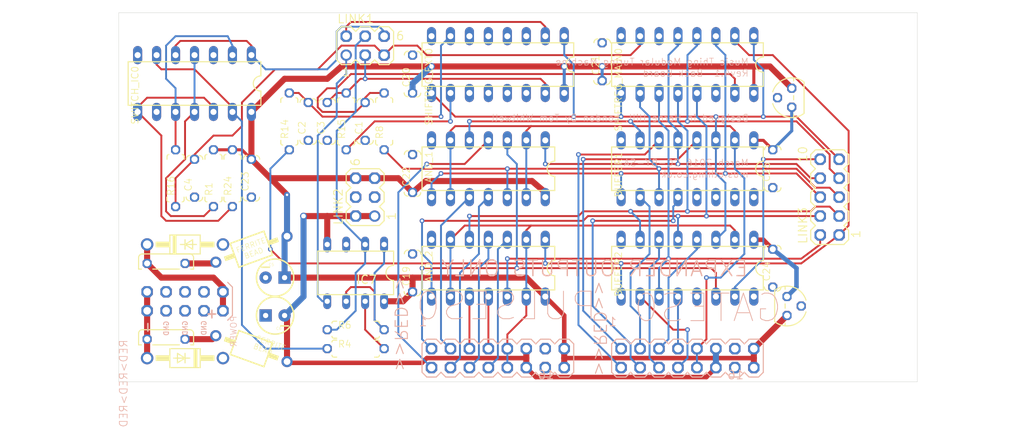
<source format=kicad_pcb>
(kicad_pcb (version 20211014) (generator pcbnew)
  (layers (0 "F.Cu" signal) (1 "In1.Cu" signal) (2 "In2.Cu" signal) (31 "B.Cu" signal) (34 "B.Paste" user) (35 "F.Paste" user) (36 "B.SilkS" user "B.Silkscreen") (37 "F.SilkS" user "F.Silkscreen") (38 "B.Mask" user) (39 "F.Mask" user) (44 "Edge.Cuts" user))
  (net 0 "")
  (net 1 "N$10")
  (net 2 "N$14")
  (net 3 "START_OF_LOOP")
  (net 4 "N$45")
  (net 5 "END_OF_LOOP_BACK")
  (net 6 "N$7")
  (net 7 "N$4")
  (net 8 "N$28")
  (net 9 "BUFFCLK_BACK")
  (net 10 "CLOCK_BACK")
  (net 11 "PULSE1")
  (net 12 "PULSE2")
  (net 13 "PULSE4")
  (net 14 "PULSE3")
  (net 15 "PULSE5")
  (net 16 "PULSE6")
  (net 17 "PULSE7")
  (net 18 "PULSE8")
  (net 19 "BUFFCLK2_BACK")
  (net 20 "GATE1")
  (net 21 "GATE2")
  (net 22 "GATE3")
  (net 23 "GATE4")
  (net 24 "GATE5")
  (net 25 "GATE6")
  (net 26 "GATE7")
  (net 27 "GATE8")
  (net 28 "+9V_1")
  (net 29 "+9V_2")
  (net 30 "+12V_INLET")
  (net 31 "-12V_INLET")
  (net 32 "N$42")
  (net 33 "N$44")
  (net 34 "+12V_BACK")
  (net 35 "-12V_BACK")
  (net 36 "GND_BACK")
  (net 37 "STEP_16_BACK")
  (net 38 "STEP_12_BACK")
  (net 39 "B1_BACK")
  (net 40 "B2_BACK")
  (net 41 "B3_BACK")
  (net 42 "B4_BACK")
  (net 43 "B5_BACK")
  (net 44 "B6_BACK")
  (net 45 "B7_BACK")
  (net 46 "B8_BACK")
  (net 47 "LOOP_CTRL_BACK")
  (net 48 "N$1")
  (net 49 "N$17")
  (net 50 "NOISE_BACK")
  (net 51 "PULSE_OUT_BACK")
  (net 52 "N$2")
  (footprint "TuringBack:C050H075X075" (layer "F.Cu") (at 101.3511 113.8786)
    (fp_text reference "+FUSE0" hide)
    (fp_text value "+FUSE")
  )
  (footprint "TuringBack:MA03-2" (layer "F.Cu") (at 128.0211 104.9886 90)
    (fp_text reference "LINK2")
    (fp_text value "")
  )
  (footprint "TuringBack:C050-024X044" (layer "F.Cu") (at 122.9411 94.8286 90)
    (fp_text reference "C3")
    (fp_text value "1n")
  )
  (footprint "TuringBack:0207_7" (layer "F.Cu") (at 126.7511 122.7686)
    (fp_text reference "R6")
    (fp_text value "47k")
  )
  (footprint "TuringBack:TO92" (layer "F.Cu") (at 184.5361 119.5936 -90)
    (fp_text reference "IC11" hide)
    (fp_text value "78L09")
  )
  (footprint "TuringBack:BL01RN1A" (layer "F.Cu") (at 112.7811 111.9736 20)
    (fp_text reference "L1" hide)
    (fp_text value "BL01RN1A" hide)
  )
  (footprint "TuringBack:DIL16" (layer "F.Cu") (at 171.2011 87.2086 180)
    (fp_text reference "SHIFTREG_MAIN0")
    (fp_text value "4015")
  )
  (footprint "TuringBack:C050H075X075" (layer "F.Cu") (at 101.3511 124.0386)
    (fp_text reference "-FUSE0" hide)
    (fp_text value "-FUSE")
  )
  (footprint "TuringBack:CPOL-RADIAL-10UF-25V" (layer "F.Cu") (at 115.9561 120.8636 180)
    (fp_text reference "C6")
    (fp_text value "10uf")
  )
  (footprint "TuringBack:0207_7" (layer "F.Cu") (at 126.7511 125.3086)
    (fp_text reference "R4")
    (fp_text value "100k")
  )
  (footprint "TuringBack:DIL16" (layer "F.Cu") (at 171.2011 101.1786 180)
    (fp_text reference "BUFFER1")
    (fp_text value "4050")
  )
  (footprint "TuringBack:DO41-10" (layer "F.Cu") (at 103.8911 111.3386)
    (fp_text reference "D5" hide)
    (fp_text value "1N4001")
  )
  (footprint "TuringBack:DIL14" (layer "F.Cu") (at 144.5311 101.1786 180)
    (fp_text reference "AND_1")
    (fp_text value "4081")
  )
  (footprint "TuringBack:DIL16" (layer "F.Cu") (at 145.8011 87.2086 180)
    (fp_text reference "SHIFTREG_EXT0")
    (fp_text value "4015")
  )
  (footprint "TuringBack:C050-024X044" (layer "F.Cu") (at 112.7811 102.4486 90)
    (fp_text reference "C23")
    (fp_text value "100n")
  )
  (footprint "TuringBack:TO92" (layer "F.Cu") (at 185.1711 91.6536 90)
    (fp_text reference "IC12" hide)
    (fp_text value "78L09")
  )
  (footprint "TuringBack:MA05-2" (layer "F.Cu") (at 190.2511 104.9886 90)
    (fp_text reference "LINK3")
    (fp_text value "")
  )
  (footprint "TuringBack:C050-024X044" (layer "F.Cu") (at 182.6311 101.1786 90)
    (fp_text reference "C25")
    (fp_text value "100n")
  )
  (footprint "TuringBack:C050-024X044" (layer "F.Cu") (at 105.1611 102.4486 90)
    (fp_text reference "C4")
    (fp_text value "1n")
  )
  (footprint "TuringBack:DIL14" (layer "F.Cu") (at 144.5311 114.5136 180)
    (fp_text reference "AND_2")
    (fp_text value "4081")
  )
  (footprint "TuringBack:0207_7" (layer "F.Cu") (at 110.2411 102.4486 90)
    (fp_text reference "R24")
    (fp_text value "10k")
  )
  (footprint "TuringBack:DO41-10" (layer "F.Cu") (at 103.8911 126.5786 180)
    (fp_text reference "D6" hide)
    (fp_text value "1N4001")
  )
  (footprint "TuringBack:C050-024X044" (layer "F.Cu") (at 182.6311 114.5136 90)
    (fp_text reference "C24")
    (fp_text value "100n")
  )
  (footprint "TuringBack:0207_7" (layer "F.Cu") (at 130.5611 94.8286 90)
    (fp_text reference "R8")
    (fp_text value "10k")
  )
  (footprint "TuringBack:C050-024X044" (layer "F.Cu") (at 120.4011 94.8286 90)
    (fp_text reference "C2")
    (fp_text value "1n")
  )
  (footprint "TuringBack:MOUNTING_HOLE" (layer "F.Cu") (at 190.2511 125.9436)
    (fp_text reference "U$5" hide)
    (fp_text value "" hide)
  )
  (footprint "TuringBack:DIL14" (layer "F.Cu") (at 105.1611 89.7486 180)
    (fp_text reference "SWITCH_IC0")
    (fp_text value "4016")
  )
  (footprint "TuringBack:C050-024X044" (layer "F.Cu") (at 128.0211 94.8286 90)
    (fp_text reference "C1")
    (fp_text value "1n")
  )
  (footprint "TuringBack:0207_7" (layer "F.Cu") (at 107.7011 102.4486 90)
    (fp_text reference "R1")
    (fp_text value "10k")
  )
  (footprint "TuringBack:C050-024X044" (layer "F.Cu") (at 134.3711 88.4786 90)
    (fp_text reference "C20")
    (fp_text value "100n")
  )
  (footprint "TuringBack:C050-024X044" (layer "F.Cu") (at 134.3711 101.8136 90)
    (fp_text reference "C22")
    (fp_text value "100n")
  )
  (footprint "TuringBack:DIL16" (layer "F.Cu") (at 171.2011 114.5136 180)
    (fp_text reference "BUFFER2")
    (fp_text value "4050")
  )
  (footprint "TuringBack:MA03-2" (layer "F.Cu") (at 128.0211 84.6686)
    (fp_text reference "LINK1")
    (fp_text value "")
  )
  (footprint "TuringBack:CPOL-RADIAL-10UF-25V" (layer "F.Cu") (at 115.9561 115.7836)
    (fp_text reference "C5")
    (fp_text value "10uf")
  )
  (footprint "TuringBack:C050-024X044" (layer "F.Cu") (at 159.7711 86.8276 90)
    (fp_text reference "C21")
    (fp_text value "100n")
  )
  (footprint "TuringBack:0207_7" (layer "F.Cu") (at 102.6211 102.4486 90)
    (fp_text reference "R16")
    (fp_text value "10k")
  )
  (footprint "TuringBack:0207_7" (layer "F.Cu") (at 125.4811 94.8286 90)
    (fp_text reference "R15")
    (fp_text value "10k")
  )
  (footprint "TuringBack:BL01RN1A" (layer "F.Cu") (at 112.7811 125.3086 -20)
    (fp_text reference "L2" hide)
    (fp_text value "BL01RN1A" hide)
  )
  (footprint "TuringBack:0207_7" (layer "F.Cu") (at 117.8611 94.8286 90)
    (fp_text reference "R14")
    (fp_text value "10k")
  )
  (footprint "TuringBack:MOUNTING_HOLE" (layer "F.Cu") (at 119.1311 84.0336)
    (fp_text reference "U$4" hide)
    (fp_text value "" hide)
  )
  (footprint "TuringBack:DIL08" (layer "F.Cu") (at 126.7511 115.1486 180)
    (fp_text reference "IC7")
    (fp_text value "TL072P")
  )
  (footprint "TuringBack:C050-024X044" (layer "F.Cu") (at 134.3711 115.1486 90)
    (fp_text reference "C19")
    (fp_text value "100n")
  )
  (footprint "TuringBack:MA05-2" (layer "B.Cu") (at 103.8911 118.9586)
    (fp_text reference "SV1" hide)
    (fp_text value "" hide)
  )
  (footprint "TuringBack:MA08-2" (layer "B.Cu") (at 145.8011 126.5786)
    (fp_text reference "PULSES0")
    (fp_text value "")
  )
  (footprint "TuringBack:MA08-2" (layer "B.Cu") (at 171.2011 126.5786)
    (fp_text reference "GATES0")
    (fp_text value "")
  )
  (gr_line (start 202.0011 80.2536) (end 95.0011 80.2536) (layer "Edge.Cuts") (width 0.05))
  (gr_line (start 95.0011 129.7536) (end 202.0011 129.7536) (layer "Edge.Cuts") (width 0.05))
  (gr_line (start 95.0011 80.2536) (end 95.0011 129.7536) (layer "Edge.Cuts") (width 0.05))
  (gr_line (start 202.0011 129.7536) (end 202.0011 80.2536) (layer "Edge.Cuts") (width 0.05))
  (gr_text ">>RED>>" (at 158.5011 129.1186 -90) (layer "B.SilkS") (effects (font (size 1.63576 1.63576) (thickness 0.14224)) (justify left bottom mirror)))
  (gr_text "Music Thing Modular Turing Machine \nRev4.1  Back Board\n\n\n\nDesigned in Herne Hill, London By Tom Whitwell \n\n\n\nMarch 2016 CC-BY-SA \nmusicthing.co.uk" (at 179.4561 102.4486) (layer "B.SilkS") (effects (font (size 0.93472 0.93472) (thickness 0.08128)) (justify left bottom mirror)))
  (gr_text "EXPANDER OUTPUTS ONLY" (at 179.4561 115.7836) (layer "B.SilkS") (effects (font (size 2.10312 2.10312) (thickness 0.18288)) (justify left bottom mirror)))
  (gr_text ">>RED>>" (at 131.8311 128.4836 -90) (layer "B.SilkS") (effects (font (size 1.63576 1.63576) (thickness 0.14224)) (justify left bottom mirror)))
  (gr_text "FERRITE\nBEAD" (at 112.9081 125.3086 340) (layer "F.SilkS") (effects (font (size 0.70104 0.70104) (thickness 0.06096)) (justify left bottom)))
  (gr_text "FERRITE\nBEAD" (at 112.9081 111.9736 20) (layer "F.SilkS") (effects (font (size 0.70104 0.70104) (thickness 0.06096))))
  (segment (start 177.5511 89.1136) (end 176.9161 88.4786) (width 0.254) (layer "F.Cu") (net 1))
  (segment (start 122.3061 93.5586) (end 126.7511 93.5586) (width 0.254) (layer "F.Cu") (net 1))
  (segment (start 128.0211 92.2886) (end 128.0211 91.6536) (width 0.254) (layer "F.Cu") (net 1))
  (segment (start 176.9161 88.4786) (end 126.1161 88.4786) (width 0.254) (layer "F.Cu") (net 1))
  (segment (start 121.6711 92.9236) (end 122.3061 93.5586) (width 0.254) (layer "F.Cu") (net 1))
  (segment (start 126.1161 88.4786) (end 124.2111 90.3836) (width 0.254) (layer "F.Cu") (net 1))
  (segment (start 122.9411 90.3836) (end 121.6711 91.6536) (width 0.254) (layer "F.Cu") (net 1))
  (segment (start 121.6711 91.6536) (end 121.6711 92.9236) (width 0.254) (layer "F.Cu") (net 1))
  (segment (start 128.6561 91.0186) (end 130.5611 91.0186) (width 0.254) (layer "F.Cu") (net 1))
  (segment (start 124.2111 90.3836) (end 122.9411 90.3836) (width 0.254) (layer "F.Cu") (net 1))
  (segment (start 126.7511 93.5586) (end 128.0211 92.2886) (width 0.254) (layer "F.Cu") (net 1))
  (segment (start 128.0211 91.6536) (end 128.6561 91.0186) (width 0.254) (layer "F.Cu") (net 1))
  (segment (start 177.5511 91.0186) (end 177.5511 89.1136) (width 0.254) (layer "F.Cu") (net 1))
  (segment (start 125.4811 98.6386) (end 129.2911 94.8286) (width 0.254) (layer "F.Cu") (net 2))
  (segment (start 139.4511 94.8286) (end 129.2911 94.8286) (width 0.254) (layer "F.Cu") (net 2))
  (via (at 139.4511 94.8286) (size 0.635) (drill 0.3302) (layers "F.Cu" "B.Cu") (net 2))
  (segment (start 139.4511 91.0186) (end 139.4511 94.8286) (width 0.254) (layer "B.Cu") (net 2))
  (segment (start 164.8511 84.6686) (end 163.5811 85.9386) (width 0.254) (layer "F.Cu") (net 3))
  (segment (start 102.6211 102.4486) (end 105.1611 99.9086) (width 0.254) (layer "F.Cu") (net 3))
  (segment (start 130.5611 85.9386) (end 129.2911 84.6686) (width 0.254) (layer "F.Cu") (net 3))
  (segment (start 115.9561 87.8436) (end 111.5111 92.2886) (width 0.254) (layer "F.Cu") (net 3))
  (segment (start 111.5111 95.4636) (end 110.2411 96.7336) (width 0.254) (layer "F.Cu") (net 3))
  (segment (start 111.5111 92.2886) (end 111.5111 95.4636) (width 0.254) (layer "F.Cu") (net 3))
  (segment (start 136.2761 85.9386) (end 135.0061 84.6686) (width 0.254) (layer "F.Cu") (net 3))
  (segment (start 135.0061 84.6686) (end 131.8311 84.6686) (width 0.254) (layer "F.Cu") (net 3))
  (segment (start 110.2411 96.7336) (end 107.7011 96.7336) (width 0.254) (layer "F.Cu") (net 3))
  (segment (start 131.8311 84.6686) (end 130.5611 85.9386) (width 0.254) (layer "F.Cu") (net 3))
  (segment (start 163.5811 85.9386) (end 136.2761 85.9386) (width 0.254) (layer "F.Cu") (net 3))
  (segment (start 129.2911 84.6686) (end 124.8461 84.6686) (width 0.254) (layer "F.Cu") (net 3))
  (segment (start 102.6211 106.2586) (end 102.6211 102.4486) (width 0.254) (layer "F.Cu") (net 3))
  (segment (start 107.7011 96.7336) (end 105.1611 99.2736) (width 0.254) (layer "F.Cu") (net 3))
  (segment (start 105.1611 99.2736) (end 105.1611 99.9086) (width 0.254) (layer "F.Cu") (net 3))
  (segment (start 164.8511 83.3986) (end 164.8511 84.6686) (width 0.254) (layer "F.Cu") (net 3))
  (segment (start 124.8461 84.6686) (end 121.6711 87.8436) (width 0.254) (layer "F.Cu") (net 3))
  (segment (start 121.6711 87.8436) (end 115.9561 87.8436) (width 0.254) (layer "F.Cu") (net 3))
  (segment (start 100.7161 96.7336) (end 97.5411 93.5586) (width 0.254) (layer "F.Cu") (net 4))
  (segment (start 101.3511 108.1636) (end 108.3361 108.1636) (width 0.254) (layer "F.Cu") (net 4))
  (segment (start 108.3361 108.1636) (end 110.2411 106.2586) (width 0.254) (layer "F.Cu") (net 4))
  (segment (start 101.3511 108.1636) (end 100.7161 107.5286) (width 0.254) (layer "F.Cu") (net 4))
  (segment (start 97.5411 93.5586) (end 97.5411 92.9236) (width 0.254) (layer "F.Cu") (net 4))
  (segment (start 100.7161 107.5286) (end 100.7161 96.7336) (width 0.254) (layer "F.Cu") (net 4))
  (segment (start 107.7011 92.9236) (end 107.7011 93.5586) (width 0.254) (layer "F.Cu") (net 4))
  (segment (start 97.5411 92.9236) (end 98.8111 91.6536) (width 0.254) (layer "F.Cu") (net 4))
  (segment (start 98.8111 91.6536) (end 106.4311 91.6536) (width 0.254) (layer "F.Cu") (net 4))
  (segment (start 106.4311 91.6536) (end 107.7011 92.9236) (width 0.254) (layer "F.Cu") (net 4))
  (segment (start 102.6211 85.9386) (end 102.6211 84.6686) (width 0.254) (layer "F.Cu") (net 5))
  (segment (start 102.6211 84.6686) (end 103.2561 84.0336) (width 0.254) (layer "F.Cu") (net 5))
  (segment (start 103.2561 84.0336) (end 112.1461 84.0336) (width 0.254) (layer "F.Cu") (net 5))
  (segment (start 112.7811 84.6686) (end 112.7811 85.9386) (width 0.254) (layer "F.Cu") (net 5))
  (segment (start 112.1461 84.0336) (end 112.7811 84.6686) (width 0.254) (layer "F.Cu") (net 5))
  (segment (start 122.9411 87.8436) (end 114.6861 87.8436) (width 0.254) (layer "B.Cu") (net 5))
  (segment (start 129.9261 82.1286) (end 124.8461 82.1286) (width 0.254) (layer "B.Cu") (net 5))
  (segment (start 130.5611 83.3986) (end 130.5611 82.7636) (width 0.254) (layer "B.Cu") (net 5))
  (segment (start 124.2111 86.5736) (end 122.9411 87.8436) (width 0.254) (layer "B.Cu") (net 5))
  (segment (start 124.2111 82.7636) (end 124.2111 86.5736) (width 0.254) (layer "B.Cu") (net 5))
  (segment (start 114.6861 87.8436) (end 112.7811 85.9386) (width 0.254) (layer "B.Cu") (net 5))
  (segment (start 124.8461 82.1286) (end 124.2111 82.7636) (width 0.254) (layer "B.Cu") (net 5))
  (segment (start 130.5611 82.7636) (end 129.9261 82.1286) (width 0.254) (layer "B.Cu") (net 5))
  (segment (start 128.6561 117.0536) (end 129.2911 117.6886) (width 0.254) (layer "F.Cu") (net 6))
  (segment (start 125.4811 118.9586) (end 125.4811 117.6886) (width 0.254) (layer "F.Cu") (net 6))
  (segment (start 129.2911 121.4986) (end 130.5611 122.7686) (width 0.254) (layer "F.Cu") (net 6))
  (segment (start 125.4811 117.6886) (end 126.1161 117.0536) (width 0.254) (layer "F.Cu") (net 6))
  (segment (start 126.1161 117.0536) (end 128.6561 117.0536) (width 0.254) (layer "F.Cu") (net 6))
  (segment (start 129.2911 117.6886) (end 129.2911 121.4986) (width 0.254) (layer "F.Cu") (net 6))
  (segment (start 129.2911 115.1486) (end 129.2911 121.4986) (width 0.254) (layer "B.Cu") (net 6))
  (segment (start 130.5611 111.3386) (end 130.5611 113.8786) (width 0.254) (layer "B.Cu") (net 6))
  (segment (start 130.5611 113.8786) (end 129.2911 115.1486) (width 0.254) (layer "B.Cu") (net 6))
  (segment (start 129.2911 121.4986) (end 130.5611 122.7686) (width 0.254) (layer "B.Cu") (net 6))
  (segment (start 106.4311 107.5286) (end 107.7011 106.2586) (width 0.254) (layer "F.Cu") (net 7))
  (segment (start 101.9861 107.5286) (end 106.4311 107.5286) (width 0.254) (layer "F.Cu") (net 7))
  (segment (start 101.3511 102.4486) (end 101.3511 106.8936) (width 0.254) (layer "F.Cu") (net 7))
  (segment (start 105.1611 93.5586) (end 103.8911 94.8286) (width 0.254) (layer "F.Cu") (net 7))
  (segment (start 103.8911 94.8286) (end 103.8911 99.9086) (width 0.254) (layer "F.Cu") (net 7))
  (segment (start 103.8911 99.9086) (end 101.3511 102.4486) (width 0.254) (layer "F.Cu") (net 7))
  (segment (start 101.3511 106.8936) (end 101.9861 107.5286) (width 0.254) (layer "F.Cu") (net 7))
  (segment (start 105.1611 93.5586) (end 105.1611 85.9386) (width 0.254) (layer "B.Cu") (net 7))
  (segment (start 138.1811 94.1936) (end 122.3061 94.1936) (width 0.254) (layer "F.Cu") (net 8))
  (segment (start 119.1311 91.0186) (end 120.4011 92.2886) (width 0.254) (layer "F.Cu") (net 8))
  (segment (start 117.8611 91.0186) (end 119.1311 91.0186) (width 0.254) (layer "F.Cu") (net 8))
  (segment (start 122.3061 94.1936) (end 120.4011 92.2886) (width 0.254) (layer "F.Cu") (net 8))
  (via (at 138.1811 94.1936) (size 0.635) (drill 0.3302) (layers "F.Cu" "B.Cu") (net 8))
  (segment (start 139.4511 83.3986) (end 138.1811 84.6686) (width 0.254) (layer "B.Cu") (net 8))
  (segment (start 138.1811 84.6686) (end 138.1811 94.1936) (width 0.254) (layer "B.Cu") (net 8))
  (segment (start 177.5511 109.4336) (end 176.9161 108.7986) (width 0.254) (layer "F.Cu") (net 9))
  (segment (start 177.5511 110.7036) (end 177.5511 109.4336) (width 0.254) (layer "F.Cu") (net 9))
  (segment (start 176.9161 108.7986) (end 150.2461 108.7986) (width 0.254) (layer "F.Cu") (net 9))
  (segment (start 139.4511 110.7036) (end 141.3561 108.7986) (width 0.254) (layer "F.Cu") (net 9))
  (segment (start 147.0711 125.3086) (end 147.0711 123.4036) (width 0.254) (layer "F.Cu") (net 9))
  (segment (start 147.0711 123.4036) (end 149.6111 120.8636) (width 0.254) (layer "F.Cu") (net 9))
  (segment (start 150.2461 108.7986) (end 149.6111 109.4336) (width 0.254) (layer "F.Cu") (net 9))
  (segment (start 149.6111 109.4336) (end 149.6111 110.7036) (width 0.254) (layer "F.Cu") (net 9))
  (segment (start 141.3561 108.7986) (end 150.2461 108.7986) (width 0.254) (layer "F.Cu") (net 9))
  (segment (start 149.6111 120.8636) (end 149.6111 118.3236) (width 0.254) (layer "F.Cu") (net 9))
  (segment (start 147.0711 127.8486) (end 147.0711 125.3086) (width 0.254) (layer "B.Cu") (net 9))
  (segment (start 149.6111 110.7036) (end 149.6111 118.3236) (width 0.254) (layer "B.Cu") (net 9))
  (segment (start 139.4511 110.7036) (end 139.4511 118.3236) (width 0.254) (layer "B.Cu") (net 9))
  (segment (start 140.0861 94.1936) (end 136.9111 91.0186) (width 0.254) (layer "F.Cu") (net 10))
  (segment (start 191.5211 99.9086) (end 185.8061 94.1936) (width 0.254) (layer "F.Cu") (net 10))
  (segment (start 162.3111 94.1936) (end 155.9611 94.1936) (width 0.254) (layer "F.Cu") (net 10))
  (segment (start 181.3611 94.1936) (end 175.0111 94.1936) (width 0.254) (layer "F.Cu") (net 10))
  (segment (start 175.0111 94.1936) (end 162.3111 94.1936) (width 0.254) (layer "F.Cu") (net 10))
  (segment (start 185.8061 94.1936) (end 181.3611 94.1936) (width 0.254) (layer "F.Cu") (net 10))
  (segment (start 155.9611 94.1936) (end 140.0861 94.1936) (width 0.254) (layer "F.Cu") (net 10))
  (via (at 155.9611 94.1936) (size 0.635) (drill 0.3302) (layers "F.Cu" "B.Cu") (net 10))
  (via (at 162.3111 94.1936) (size 0.635) (drill 0.3302) (layers "F.Cu" "B.Cu") (net 10))
  (via (at 181.3611 94.1936) (size 0.635) (drill 0.3302) (layers "F.Cu" "B.Cu") (net 10))
  (via (at 175.0111 94.1936) (size 0.635) (drill 0.3302) (layers "F.Cu" "B.Cu") (net 10))
  (segment (start 154.6911 83.3986) (end 154.6911 85.9386) (width 0.254) (layer "B.Cu") (net 10))
  (segment (start 180.0911 86.5736) (end 181.3611 87.8436) (width 0.254) (layer "B.Cu") (net 10))
  (segment (start 175.0111 101.8136) (end 176.2811 103.0836) (width 0.254) (layer "B.Cu") (net 10))
  (segment (start 176.2811 103.0836) (end 176.2811 109.4336) (width 0.254) (layer "B.Cu") (net 10))
  (segment (start 175.0111 97.3686) (end 175.0111 101.8136) (width 0.254) (layer "B.Cu") (net 10))
  (segment (start 180.0911 83.3986) (end 180.0911 86.5736) (width 0.254) (layer "B.Cu") (net 10))
  (segment (start 175.0111 94.1936) (end 175.0111 97.3686) (width 0.254) (layer "B.Cu") (net 10))
  (segment (start 176.2811 109.4336) (end 175.0111 110.7036) (width 0.254) (layer "B.Cu") (net 10))
  (segment (start 162.3111 94.1936) (end 162.3111 91.0186) (width 0.254) (layer "B.Cu") (net 10))
  (segment (start 154.6911 85.9386) (end 155.9611 87.2086) (width 0.254) (layer "B.Cu") (net 10))
  (segment (start 181.3611 87.8436) (end 181.3611 94.1936) (width 0.254) (layer "B.Cu") (net 10))
  (segment (start 155.9611 87.2086) (end 155.9611 94.1936) (width 0.254) (layer "B.Cu") (net 10))
  (segment (start 148.3411 114.5136) (end 135.6411 114.5136) (width 0.254) (layer "F.Cu") (net 11))
  (segment (start 175.0111 115.1486) (end 174.3761 114.5136) (width 0.254) (layer "F.Cu") (net 11))
  (segment (start 174.3761 114.5136) (end 148.3411 114.5136) (width 0.254) (layer "F.Cu") (net 11))
  (segment (start 175.0111 118.3236) (end 175.0111 115.1486) (width 0.254) (layer "F.Cu") (net 11))
  (via (at 135.6411 114.5136) (size 0.635) (drill 0.3302) (layers "F.Cu" "B.Cu") (net 11))
  (via (at 148.3411 114.5136) (size 0.635) (drill 0.3302) (layers "F.Cu" "B.Cu") (net 11))
  (segment (start 147.0711 97.3686) (end 147.0711 99.2736) (width 0.254) (layer "B.Cu") (net 11))
  (segment (start 148.3411 100.5436) (end 148.3411 114.5136) (width 0.254) (layer "B.Cu") (net 11))
  (segment (start 135.6411 114.5136) (end 135.6411 124.0386) (width 0.254) (layer "B.Cu") (net 11))
  (segment (start 135.6411 124.0386) (end 136.9111 125.3086) (width 0.254) (layer "B.Cu") (net 11))
  (segment (start 147.0711 99.2736) (end 148.3411 100.5436) (width 0.254) (layer "B.Cu") (net 11))
  (segment (start 141.3561 100.5436) (end 144.5311 97.3686) (width 0.254) (layer "F.Cu") (net 12))
  (segment (start 136.2761 100.5436) (end 141.3561 100.5436) (width 0.254) (layer "F.Cu") (net 12))
  (via (at 136.2761 100.5436) (size 0.635) (drill 0.3302) (layers "F.Cu" "B.Cu") (net 12))
  (segment (start 136.9111 127.8486) (end 132.4661 123.4036) (width 0.254) (layer "B.Cu") (net 12))
  (segment (start 132.4661 104.3536) (end 136.2761 100.5436) (width 0.254) (layer "B.Cu") (net 12))
  (segment (start 132.4661 123.4036) (end 132.4661 104.3536) (width 0.254) (layer "B.Cu") (net 12))
  (segment (start 143.2611 106.2586) (end 144.5311 104.9886) (width 0.254) (layer "B.Cu") (net 13))
  (segment (start 140.7211 115.1486) (end 143.2611 112.6086) (width 0.254) (layer "B.Cu") (net 13))
  (segment (start 140.7211 126.5786) (end 140.7211 115.1486) (width 0.254) (layer "B.Cu") (net 13))
  (segment (start 139.4511 127.8486) (end 140.7211 126.5786) (width 0.254) (layer "B.Cu") (net 13))
  (segment (start 143.2611 112.6086) (end 143.2611 106.2586) (width 0.254) (layer "B.Cu") (net 13))
  (segment (start 139.4511 125.3086) (end 138.1811 124.0386) (width 0.254) (layer "B.Cu") (net 14))
  (segment (start 138.1811 124.0386) (end 138.1811 108.7986) (width 0.254) (layer "B.Cu") (net 14))
  (segment (start 138.1811 108.7986) (end 141.9911 104.9886) (width 0.254) (layer "B.Cu") (net 14))
  (segment (start 141.9911 125.3086) (end 141.9911 118.3236) (width 0.254) (layer "F.Cu") (net 15))
  (segment (start 143.2611 114.5136) (end 144.5311 113.2436) (width 0.254) (layer "B.Cu") (net 16))
  (segment (start 144.5311 113.2436) (end 144.5311 110.7036) (width 0.254) (layer "B.Cu") (net 16))
  (segment (start 143.2611 126.5786) (end 143.2611 114.5136) (width 0.254) (layer "B.Cu") (net 16))
  (segment (start 141.9911 127.8486) (end 143.2611 126.5786) (width 0.254) (layer "B.Cu") (net 16))
  (segment (start 144.5311 125.3086) (end 144.5311 118.3236) (width 0.254) (layer "F.Cu") (net 17))
  (segment (start 145.8011 126.5786) (end 145.8011 111.9736) (width 0.254) (layer "B.Cu") (net 18))
  (segment (start 144.5311 127.8486) (end 145.8011 126.5786) (width 0.254) (layer "B.Cu") (net 18))
  (segment (start 145.8011 111.9736) (end 147.0711 110.7036) (width 0.254) (layer "B.Cu") (net 18))
  (segment (start 139.4511 97.3686) (end 139.4511 96.0986) (width 0.254) (layer "F.Cu") (net 19))
  (segment (start 176.9161 95.4636) (end 150.2461 95.4636) (width 0.254) (layer "F.Cu") (net 19))
  (segment (start 177.5511 96.0986) (end 176.9161 95.4636) (width 0.254) (layer "F.Cu") (net 19))
  (segment (start 173.7411 115.7836) (end 173.7411 124.0386) (width 0.254) (layer "F.Cu") (net 19))
  (segment (start 140.0861 95.4636) (end 150.2461 95.4636) (width 0.254) (layer "F.Cu") (net 19))
  (segment (start 149.6111 96.0986) (end 149.6111 97.3686) (width 0.254) (layer "F.Cu") (net 19))
  (segment (start 139.4511 96.0986) (end 140.0861 95.4636) (width 0.254) (layer "F.Cu") (net 19))
  (segment (start 150.2461 95.4636) (end 149.6111 96.0986) (width 0.254) (layer "F.Cu") (net 19))
  (segment (start 173.7411 124.0386) (end 172.4711 125.3086) (width 0.254) (layer "F.Cu") (net 19))
  (segment (start 177.5511 97.3686) (end 177.5511 96.0986) (width 0.254) (layer "F.Cu") (net 19))
  (via (at 173.7411 115.7836) (size 0.635) (drill 0.3302) (layers "F.Cu" "B.Cu") (net 19))
  (segment (start 172.4711 127.8486) (end 172.4711 125.3086) (width 0.254) (layer "B.Cu") (net 19))
  (segment (start 139.4511 97.3686) (end 139.4511 104.9886) (width 0.254) (layer "B.Cu") (net 19))
  (segment (start 177.5511 101.1786) (end 178.8211 102.4486) (width 0.254) (layer "B.Cu") (net 19))
  (segment (start 177.5511 97.3686) (end 177.5511 101.1786) (width 0.254) (layer "B.Cu") (net 19))
  (segment (start 175.6461 115.7836) (end 173.7411 115.7836) (width 0.254) (layer "B.Cu") (net 19))
  (segment (start 178.8211 102.4486) (end 178.8211 112.6086) (width 0.254) (layer "B.Cu") (net 19))
  (segment (start 178.8211 112.6086) (end 175.6461 115.7836) (width 0.254) (layer "B.Cu") (net 19))
  (segment (start 149.6111 97.3686) (end 149.6111 104.9886) (width 0.254) (layer "B.Cu") (net 19))
  (segment (start 169.9311 99.9086) (end 157.2311 99.9086) (width 0.254) (layer "F.Cu") (net 20))
  (segment (start 172.4711 97.3686) (end 169.9311 99.9086) (width 0.254) (layer "F.Cu") (net 20))
  (via (at 157.2311 99.9086) (size 0.635) (drill 0.3302) (layers "F.Cu" "B.Cu") (net 20))
  (segment (start 157.2311 120.2286) (end 162.3111 125.3086) (width 0.254) (layer "B.Cu") (net 20))
  (segment (start 157.2311 99.9086) (end 157.2311 120.2286) (width 0.254) (layer "B.Cu") (net 20))
  (segment (start 165.4861 99.2736) (end 156.5961 99.2736) (width 0.254) (layer "F.Cu") (net 21))
  (segment (start 167.3911 97.3686) (end 165.4861 99.2736) (width 0.254) (layer "F.Cu") (net 21))
  (via (at 156.5961 99.2736) (size 0.635) (drill 0.3302) (layers "F.Cu" "B.Cu") (net 21))
  (segment (start 156.5961 99.2736) (end 156.5961 122.1336) (width 0.254) (layer "B.Cu") (net 21))
  (segment (start 156.5961 122.1336) (end 162.3111 127.8486) (width 0.254) (layer "B.Cu") (net 21))
  (segment (start 166.1211 106.2586) (end 166.1211 112.6086) (width 0.254) (layer "B.Cu") (net 22))
  (segment (start 164.8511 120.8636) (end 164.8511 125.3086) (width 0.254) (layer "B.Cu") (net 22))
  (segment (start 163.5811 115.1486) (end 163.5811 119.5936) (width 0.254) (layer "B.Cu") (net 22))
  (segment (start 166.1211 112.6086) (end 163.5811 115.1486) (width 0.254) (layer "B.Cu") (net 22))
  (segment (start 164.8511 104.9886) (end 166.1211 106.2586) (width 0.254) (layer "B.Cu") (net 22))
  (segment (start 163.5811 119.5936) (end 164.8511 120.8636) (width 0.254) (layer "B.Cu") (net 22))
  (segment (start 169.2961 108.1636) (end 158.5011 108.1636) (width 0.254) (layer "F.Cu") (net 23))
  (via (at 158.5011 108.1636) (size 0.635) (drill 0.3302) (layers "F.Cu" "B.Cu") (net 23))
  (via (at 169.2961 108.1636) (size 0.635) (drill 0.3302) (layers "F.Cu" "B.Cu") (net 23))
  (segment (start 169.9311 105.6236) (end 169.2961 106.2586) (width 0.254) (layer "B.Cu") (net 23))
  (segment (start 164.8511 127.8486) (end 163.5811 126.5786) (width 0.254) (layer "B.Cu") (net 23))
  (segment (start 163.5811 124.6736) (end 158.5011 119.5936) (width 0.254) (layer "B.Cu") (net 23))
  (segment (start 158.5011 119.5936) (end 158.5011 108.1636) (width 0.254) (layer "B.Cu") (net 23))
  (segment (start 169.9311 104.9886) (end 169.9311 105.6236) (width 0.254) (layer "B.Cu") (net 23))
  (segment (start 163.5811 126.5786) (end 163.5811 124.6736) (width 0.254) (layer "B.Cu") (net 23))
  (segment (start 169.2961 106.2586) (end 169.2961 108.1636) (width 0.254) (layer "B.Cu") (net 23))
  (segment (start 168.6611 115.7836) (end 168.6611 124.0386) (width 0.254) (layer "B.Cu") (net 24))
  (segment (start 168.6611 124.0386) (end 167.3911 125.3086) (width 0.254) (layer "B.Cu") (net 24))
  (segment (start 172.4711 110.7036) (end 172.4711 111.9736) (width 0.254) (layer "B.Cu") (net 24))
  (segment (start 172.4711 111.9736) (end 168.6611 115.7836) (width 0.254) (layer "B.Cu") (net 24))
  (segment (start 167.3911 113.2436) (end 166.1211 114.5136) (width 0.254) (layer "B.Cu") (net 25))
  (segment (start 167.3911 110.7036) (end 167.3911 113.2436) (width 0.254) (layer "B.Cu") (net 25))
  (segment (start 166.1211 114.5136) (end 166.1211 126.5786) (width 0.254) (layer "B.Cu") (net 25))
  (segment (start 166.1211 126.5786) (end 167.3911 127.8486) (width 0.254) (layer "B.Cu") (net 25))
  (segment (start 169.9311 125.3086) (end 169.9311 118.3236) (width 0.254) (layer "B.Cu") (net 26))
  (segment (start 169.2961 122.7686) (end 171.2011 122.7686) (width 0.254) (layer "F.Cu") (net 27))
  (segment (start 164.8511 118.3236) (end 169.2961 122.7686) (width 0.254) (layer "F.Cu") (net 27))
  (via (at 171.2011 122.7686) (size 0.635) (drill 0.3302) (layers "F.Cu" "B.Cu") (net 27))
  (segment (start 171.2011 122.7686) (end 171.2011 126.5786) (width 0.254) (layer "B.Cu") (net 27))
  (segment (start 171.2011 126.5786) (end 169.9311 127.8486) (width 0.254) (layer "B.Cu") (net 27))
  (segment (start 180.0911 110.7036) (end 181.3611 110.7036) (width 0.6096) (layer "F.Cu") (net 28))
  (segment (start 181.3611 110.7036) (end 182.6311 111.9736) (width 0.6096) (layer "F.Cu") (net 28))
  (segment (start 185.8061 114.5136) (end 185.8061 117.0536) (width 0.6096) (layer "B.Cu") (net 28))
  (segment (start 182.6311 111.9736) (end 185.8061 114.5136) (width 0.6096) (layer "B.Cu") (net 28))
  (segment (start 185.8061 117.0536) (end 184.5361 118.3236) (width 0.6096) (layer "B.Cu") (net 28))
  (segment (start 180.0911 97.3686) (end 181.3611 97.3686) (width 0.4064) (layer "F.Cu") (net 29))
  (segment (start 181.3611 97.3686) (end 182.6311 98.6386) (width 0.4064) (layer "F.Cu") (net 29))
  (segment (start 185.1711 96.0986) (end 182.6311 98.6386) (width 0.4064) (layer "B.Cu") (net 29))
  (segment (start 185.1711 92.9236) (end 185.1711 96.0986) (width 0.4064) (layer "B.Cu") (net 29))
  (segment (start 107.7011 115.7836) (end 100.7161 115.7836) (width 0.8128) (layer "F.Cu") (net 30))
  (segment (start 98.8111 113.8786) (end 98.8111 111.3386) (width 0.8128) (layer "F.Cu") (net 30))
  (segment (start 108.9711 117.6886) (end 108.9711 117.0536) (width 0.8128) (layer "F.Cu") (net 30))
  (segment (start 108.9711 120.2286) (end 108.9711 117.6886) (width 0.8128) (layer "F.Cu") (net 30))
  (segment (start 100.7161 115.7836) (end 98.8111 113.8786) (width 0.8128) (layer "F.Cu") (net 30))
  (segment (start 108.9711 117.0536) (end 107.7011 115.7836) (width 0.8128) (layer "F.Cu") (net 30))
  (segment (start 98.8111 126.5786) (end 98.8111 124.0386) (width 0.8128) (layer "F.Cu") (net 31))
  (segment (start 98.8111 117.6886) (end 98.8111 120.2286) (width 0.8128) (layer "F.Cu") (net 31))
  (segment (start 98.8111 120.2286) (end 98.8111 124.0386) (width 0.8128) (layer "F.Cu") (net 31))
  (segment (start 103.8911 113.8786) (end 107.839921 113.8786) (width 0.8128) (layer "F.Cu") (net 32))
  (segment (start 107.839921 113.8786) (end 108.007459 113.711063) (width 0.8128) (layer "F.Cu") (net 32))
  (segment (start 103.8911 124.0386) (end 107.54 124.0386) (width 0.8128) (layer "F.Cu") (net 33))
  (segment (start 107.54 124.0386) (end 108.007459 123.571141) (width 0.8128) (layer "F.Cu") (net 33))
  (segment (start 134.3711 117.6886) (end 134.3711 115.7836) (width 0.8128) (layer "F.Cu") (net 34))
  (segment (start 180.0911 87.4626) (end 159.7711 87.4626) (width 0.8128) (layer "F.Cu") (net 34))
  (segment (start 154.6911 87.4626) (end 136.9111 87.4626) (width 0.8128) (layer "F.Cu") (net 34))
  (segment (start 115.3211 102.4486) (end 112.7811 99.9086) (width 0.8128) (layer "F.Cu") (net 34))
  (segment (start 154.6911 126.5786) (end 180.0911 126.5786) (width 0.6096) (layer "F.Cu") (net 34))
  (segment (start 180.0911 125.3086) (end 184.5361 120.8636) (width 0.8128) (layer "F.Cu") (net 34))
  (segment (start 180.0911 126.5786) (end 180.0911 125.3086) (width 0.8128) (layer "F.Cu") (net 34))
  (segment (start 130.5611 118.9586) (end 133.1011 118.9586) (width 0.8128) (layer "F.Cu") (net 34))
  (segment (start 150.3731 102.8296) (end 136.1491 102.8296) (width 0.8128) (layer "F.Cu") (net 34))
  (segment (start 185.1711 90.3836) (end 182.2501 87.4626) (width 0.8128) (layer "F.Cu") (net 34))
  (segment (start 110.2411 98.6386) (end 111.5111 98.6386) (width 0.4064) (layer "F.Cu") (net 34))
  (segment (start 129.2911 102.4486) (end 132.4661 102.4486) (width 0.8128) (layer "F.Cu") (net 34))
  (segment (start 154.6911 127.8486) (end 154.6911 126.5786) (width 0.8128) (layer "F.Cu") (net 34))
  (segment (start 180.0911 91.0186) (end 180.0911 87.4626) (width 0.4064) (layer "F.Cu") (net 34))
  (segment (start 133.1011 118.9586) (end 134.3711 117.6886) (width 0.8128) (layer "F.Cu") (net 34))
  (segment (start 159.7711 87.4626) (end 154.6911 87.4626) (width 0.8128) (layer "F.Cu") (net 34))
  (segment (start 132.4661 102.4486) (end 134.3711 104.3536) (width 0.8128) (layer "F.Cu") (net 34))
  (segment (start 107.7011 98.6386) (end 110.2411 98.6386) (width 0.4064) (layer "F.Cu") (net 34))
  (segment (start 136.1491 102.8296) (end 134.3711 104.3536) (width 0.8128) (layer "F.Cu") (net 34))
  (segment (start 152.1511 104.9886) (end 152.1511 104.3536) (width 0.8128) (layer "F.Cu") (net 34))
  (segment (start 112.7811 93.5586) (end 117.2261 89.1136) (width 0.8128) (layer "F.Cu") (net 34))
  (segment (start 154.6911 125.3086) (end 154.6911 120.8636) (width 0.6096) (layer "F.Cu") (net 34))
  (segment (start 149.6111 115.7836) (end 152.1511 118.3236) (width 0.8128) (layer "F.Cu") (net 34))
  (segment (start 112.7811 99.9086) (end 112.7811 93.5586) (width 0.8128) (layer "F.Cu") (net 34))
  (segment (start 117.2261 115.7836) (end 134.3711 115.7836) (width 0.8128) (layer "F.Cu") (net 34))
  (segment (start 152.1511 104.3536) (end 150.3731 102.8296) (width 0.8128) (layer "F.Cu") (net 34))
  (segment (start 126.7511 102.4486) (end 115.3211 102.4486) (width 0.8128) (layer "F.Cu") (net 34))
  (segment (start 134.3711 115.7836) (end 149.6111 115.7836) (width 0.8128) (layer "F.Cu") (net 34))
  (segment (start 154.6911 120.8636) (end 152.1511 118.3236) (width 0.6096) (layer "F.Cu") (net 34))
  (segment (start 136.9111 87.4626) (end 124.8461 87.4626) (width 0.8128) (layer "F.Cu") (net 34))
  (segment (start 117.554737 104.682238) (end 115.3211 102.4486) (width 0.8128) (layer "F.Cu") (net 34))
  (segment (start 182.2501 87.4626) (end 180.0911 87.4626) (width 0.8128) (layer "F.Cu") (net 34))
  (segment (start 122.9411 89.1136) (end 117.2261 89.1136) (width 0.8128) (layer "F.Cu") (net 34))
  (segment (start 180.0911 127.8486) (end 180.0911 126.5786) (width 0.8128) (layer "F.Cu") (net 34))
  (segment (start 154.6911 126.5786) (end 154.6911 125.3086) (width 0.8128) (layer "F.Cu") (net 34))
  (segment (start 129.2911 102.4486) (end 126.7511 102.4486) (width 0.8128) (layer "F.Cu") (net 34))
  (segment (start 111.5111 98.6386) (end 112.7811 99.9086) (width 0.4064) (layer "F.Cu") (net 34))
  (segment (start 124.8461 87.4626) (end 122.9411 89.1136) (width 0.8128) (layer "F.Cu") (net 34))
  (via (at 159.7711 87.4626) (size 0.9048) (drill 0.6) (layers "F.Cu" "B.Cu") (net 34))
  (via (at 136.9111 87.4626) (size 0.9048) (drill 0.6) (layers "F.Cu" "B.Cu") (net 34))
  (via (at 154.6911 87.4626) (size 0.9048) (drill 0.6) (layers "F.Cu" "B.Cu") (net 34))
  (via (at 117.554737 104.682238) (size 0.635) (drill 0.3302) (layers "F.Cu" "B.Cu") (net 34))
  (segment (start 117.2261 110.564779) (end 117.554737 110.236141) (width 0.8128) (layer "B.Cu") (net 34))
  (segment (start 154.6911 91.0186) (end 154.6911 87.4626) (width 0.4064) (layer "B.Cu") (net 34))
  (segment (start 159.7711 89.3676) (end 159.7711 87.4626) (width 0.4064) (layer "B.Cu") (net 34))
  (segment (start 117.554737 110.236141) (end 117.554737 104.682238) (width 0.8128) (layer "B.Cu") (net 34))
  (segment (start 117.2261 115.7836) (end 117.2261 110.564779) (width 0.8128) (layer "B.Cu") (net 34))
  (segment (start 134.3711 91.0186) (end 134.3711 89.7486) (width 0.8128) (layer "B.Cu") (net 34))
  (segment (start 134.3711 89.7486) (end 136.9111 87.4626) (width 0.8128) (layer "B.Cu") (net 34))
  (segment (start 122.9411 111.3386) (end 122.9411 107.5286) (width 0.8128) (layer "F.Cu") (net 35))
  (segment (start 136.2761 126.5786) (end 149.6111 126.5786) (width 0.6096) (layer "F.Cu") (net 35))
  (segment (start 117.554737 121.192238) (end 117.2261 120.8636) (width 0.8128) (layer "F.Cu") (net 35))
  (segment (start 173.7411 129.1186) (end 175.0111 127.8486) (width 0.6096) (layer "F.Cu") (net 35))
  (segment (start 117.722275 127.2136) (end 117.554737 127.046063) (width 0.6096) (layer "F.Cu") (net 35))
  (segment (start 126.7511 107.5286) (end 129.2911 107.5286) (width 0.8128) (layer "F.Cu") (net 35))
  (segment (start 117.554737 127.046063) (end 117.554737 121.192238) (width 0.8128) (layer "F.Cu") (net 35))
  (segment (start 135.6411 127.2136) (end 117.722275 127.2136) (width 0.6096) (layer "F.Cu") (net 35))
  (segment (start 119.7661 107.5286) (end 122.9411 107.5286) (width 0.8128) (layer "F.Cu") (net 35))
  (segment (start 150.8811 129.1186) (end 173.7411 129.1186) (width 0.6096) (layer "F.Cu") (net 35))
  (segment (start 149.6111 126.5786) (end 149.6111 127.8486) (width 0.8128) (layer "F.Cu") (net 35))
  (segment (start 149.6111 127.8486) (end 150.8811 129.1186) (width 0.6096) (layer "F.Cu") (net 35))
  (segment (start 149.6111 125.3086) (end 149.6111 126.5786) (width 0.8128) (layer "F.Cu") (net 35))
  (segment (start 136.2761 126.5786) (end 135.6411 127.2136) (width 0.6096) (layer "F.Cu") (net 35))
  (segment (start 122.9411 107.5286) (end 126.7511 107.5286) (width 0.8128) (layer "F.Cu") (net 35))
  (via (at 119.7661 107.5286) (size 0.9144) (drill 0.6096) (layers "F.Cu" "B.Cu") (net 35))
  (segment (start 117.2261 120.8636) (end 119.7661 118.3236) (width 0.8128) (layer "B.Cu") (net 35))
  (segment (start 175.0111 127.8486) (end 175.0111 125.3086) (width 0.8128) (layer "B.Cu") (net 35))
  (segment (start 119.7661 118.3236) (end 119.7661 107.5286) (width 0.8128) (layer "B.Cu") (net 35))
  (segment (start 125.4811 82.1286) (end 126.1161 81.4936) (width 0.254) (layer "F.Cu") (net 37))
  (segment (start 152.1511 82.1286) (end 152.1511 83.3986) (width 0.254) (layer "F.Cu") (net 37))
  (segment (start 125.4811 83.3986) (end 125.4811 82.1286) (width 0.254) (layer "F.Cu") (net 37))
  (segment (start 126.1161 81.4936) (end 151.5161 81.4936) (width 0.254) (layer "F.Cu") (net 37))
  (segment (start 151.5161 81.4936) (end 152.1511 82.1286) (width 0.254) (layer "F.Cu") (net 37))
  (segment (start 152.1511 91.0186) (end 152.1511 89.7486) (width 0.254) (layer "F.Cu") (net 38))
  (segment (start 128.0211 89.1136) (end 127.3861 89.1136) (width 0.254) (layer "F.Cu") (net 38))
  (segment (start 127.3861 89.1136) (end 125.4811 91.0186) (width 0.254) (layer "F.Cu") (net 38))
  (segment (start 124.2111 91.0186) (end 122.9411 92.2886) (width 0.254) (layer "F.Cu") (net 38))
  (segment (start 125.4811 91.0186) (end 124.2111 91.0186) (width 0.254) (layer "F.Cu") (net 38))
  (segment (start 151.5161 89.1136) (end 128.0211 89.1136) (width 0.254) (layer "F.Cu") (net 38))
  (segment (start 152.1511 89.7486) (end 151.5161 89.1136) (width 0.254) (layer "F.Cu") (net 38))
  (via (at 128.0211 89.1136) (size 0.635) (drill 0.3302) (layers "F.Cu" "B.Cu") (net 38))
  (segment (start 128.0211 89.1136) (end 128.0211 85.9386) (width 0.254) (layer "B.Cu") (net 38))
  (segment (start 182.6311 85.9386) (end 192.7911 96.0986) (width 0.254) (layer "F.Cu") (net 39))
  (segment (start 177.5511 84.0336) (end 179.4561 85.9386) (width 0.254) (layer "F.Cu") (net 39))
  (segment (start 152.1511 113.8786) (end 117.2261 113.8786) (width 0.254) (layer "F.Cu") (net 39))
  (segment (start 192.7911 96.0986) (end 192.7911 108.7986) (width 0.254) (layer "F.Cu") (net 39))
  (segment (start 191.5211 110.0686) (end 186.4411 113.8786) (width 0.254) (layer "F.Cu") (net 39))
  (segment (start 186.4411 113.8786) (end 162.3111 113.8786) (width 0.254) (layer "F.Cu") (net 39))
  (segment (start 177.5511 83.3986) (end 177.5511 84.0336) (width 0.254) (layer "F.Cu") (net 39))
  (segment (start 179.4561 85.9386) (end 182.6311 85.9386) (width 0.254) (layer "F.Cu") (net 39))
  (segment (start 162.3111 113.8786) (end 152.1511 113.8786) (width 0.254) (layer "F.Cu") (net 39))
  (segment (start 117.2261 113.8786) (end 115.3211 111.9736) (width 0.254) (layer "F.Cu") (net 39))
  (segment (start 192.7911 108.7986) (end 191.5211 110.0686) (width 0.254) (layer "F.Cu") (net 39))
  (via (at 152.1511 113.8786) (size 0.635) (drill 0.3302) (layers "F.Cu" "B.Cu") (net 39))
  (via (at 162.3111 113.8786) (size 0.635) (drill 0.3302) (layers "F.Cu" "B.Cu") (net 39))
  (via (at 115.3211 111.9736) (size 0.635) (drill 0.3302) (layers "F.Cu" "B.Cu") (net 39))
  (segment (start 152.1511 110.7036) (end 152.1511 113.8786) (width 0.254) (layer "B.Cu") (net 39))
  (segment (start 117.8611 98.6386) (end 115.3211 101.1786) (width 0.254) (layer "B.Cu") (net 39))
  (segment (start 162.3111 118.3236) (end 162.3111 113.8786) (width 0.254) (layer "B.Cu") (net 39))
  (segment (start 115.3211 101.1786) (end 115.3211 111.9736) (width 0.254) (layer "B.Cu") (net 39))
  (segment (start 186.4411 113.2436) (end 168.6611 113.2436) (width 0.254) (layer "F.Cu") (net 40))
  (segment (start 188.9811 110.0686) (end 188.9811 111.3386) (width 0.254) (layer "F.Cu") (net 40))
  (segment (start 168.6611 113.2436) (end 147.0711 113.2436) (width 0.254) (layer "F.Cu") (net 40))
  (segment (start 188.9811 111.3386) (end 186.4411 113.2436) (width 0.254) (layer "F.Cu") (net 40))
  (via (at 147.0711 113.2436) (size 0.635) (drill 0.3302) (layers "F.Cu" "B.Cu") (net 40))
  (via (at 168.6611 113.2436) (size 0.635) (drill 0.3302) (layers "F.Cu" "B.Cu") (net 40))
  (segment (start 167.3911 94.8286) (end 167.3911 91.0186) (width 0.254) (layer "B.Cu") (net 40))
  (segment (start 168.6611 96.0986) (end 167.3911 94.8286) (width 0.254) (layer "B.Cu") (net 40))
  (segment (start 168.6611 113.2436) (end 168.6611 96.0986) (width 0.254) (layer "B.Cu") (net 40))
  (segment (start 147.0711 118.3236) (end 147.0711 113.2436) (width 0.254) (layer "B.Cu") (net 40))
  (segment (start 167.3911 118.3236) (end 167.3911 114.5136) (width 0.254) (layer "B.Cu") (net 40))
  (segment (start 167.3911 114.5136) (end 168.6611 113.2436) (width 0.254) (layer "B.Cu") (net 40))
  (segment (start 187.7111 106.8936) (end 171.2011 106.8936) (width 0.254) (layer "F.Cu") (net 41))
  (segment (start 190.2511 106.2586) (end 188.3461 106.2586) (width 0.254) (layer "F.Cu") (net 41))
  (segment (start 163.5811 106.8936) (end 157.2311 106.8936) (width 0.254) (layer "F.Cu") (net 41))
  (segment (start 188.3461 106.2586) (end 187.7111 106.8936) (width 0.254) (layer "F.Cu") (net 41))
  (segment (start 157.2311 106.8936) (end 156.5961 107.5286) (width 0.254) (layer "F.Cu") (net 41))
  (segment (start 191.5211 107.5286) (end 190.2511 106.2586) (width 0.254) (layer "F.Cu") (net 41))
  (segment (start 171.2011 106.8936) (end 163.5811 106.8936) (width 0.254) (layer "F.Cu") (net 41))
  (segment (start 156.5961 107.5286) (end 141.9911 107.5286) (width 0.254) (layer "F.Cu") (net 41))
  (via (at 171.2011 106.8936) (size 0.635) (drill 0.3302) (layers "F.Cu" "B.Cu") (net 41))
  (via (at 163.5811 106.8936) (size 0.635) (drill 0.3302) (layers "F.Cu" "B.Cu") (net 41))
  (via (at 141.9911 107.5286) (size 0.635) (drill 0.3302) (layers "F.Cu" "B.Cu") (net 41))
  (segment (start 164.8511 110.7036) (end 164.8511 108.1636) (width 0.254) (layer "B.Cu") (net 41))
  (segment (start 164.8511 108.1636) (end 163.5811 106.8936) (width 0.254) (layer "B.Cu") (net 41))
  (segment (start 171.2011 96.0986) (end 171.2011 106.8936) (width 0.254) (layer "B.Cu") (net 41))
  (segment (start 169.9311 91.0186) (end 169.9311 94.8286) (width 0.254) (layer "B.Cu") (net 41))
  (segment (start 141.9911 110.7036) (end 141.9911 107.5286) (width 0.254) (layer "B.Cu") (net 41))
  (segment (start 169.9311 94.8286) (end 171.2011 96.0986) (width 0.254) (layer "B.Cu") (net 41))
  (segment (start 157.8661 107.5286) (end 157.2311 108.1636) (width 0.254) (layer "F.Cu") (net 42))
  (segment (start 173.7411 107.5286) (end 169.9311 107.5286) (width 0.254) (layer "F.Cu") (net 42))
  (segment (start 169.9311 107.5286) (end 157.8661 107.5286) (width 0.254) (layer "F.Cu") (net 42))
  (segment (start 188.9811 107.5286) (end 173.7411 107.5286) (width 0.254) (layer "F.Cu") (net 42))
  (segment (start 157.2311 108.1636) (end 135.6411 108.1636) (width 0.254) (layer "F.Cu") (net 42))
  (via (at 135.6411 108.1636) (size 0.635) (drill 0.3302) (layers "F.Cu" "B.Cu") (net 42))
  (via (at 169.9311 107.5286) (size 0.635) (drill 0.3302) (layers "F.Cu" "B.Cu") (net 42))
  (via (at 173.7411 107.5286) (size 0.635) (drill 0.3302) (layers "F.Cu" "B.Cu") (net 42))
  (segment (start 135.6411 112.6086) (end 136.9111 113.8786) (width 0.254) (layer "B.Cu") (net 42))
  (segment (start 172.4711 91.0186) (end 172.4711 94.1936) (width 0.254) (layer "B.Cu") (net 42))
  (segment (start 173.7411 95.4636) (end 173.7411 107.5286) (width 0.254) (layer "B.Cu") (net 42))
  (segment (start 136.9111 113.8786) (end 136.9111 118.3236) (width 0.254) (layer "B.Cu") (net 42))
  (segment (start 169.9311 110.7036) (end 169.9311 107.5286) (width 0.254) (layer "B.Cu") (net 42))
  (segment (start 172.4711 94.1936) (end 173.7411 95.4636) (width 0.254) (layer "B.Cu") (net 42))
  (segment (start 135.6411 108.1636) (end 135.6411 112.6086) (width 0.254) (layer "B.Cu") (net 42))
  (segment (start 147.0711 101.1786) (end 133.1011 101.1786) (width 0.254) (layer "F.Cu") (net 43))
  (segment (start 133.1011 101.1786) (end 130.5611 98.6386) (width 0.254) (layer "F.Cu") (net 43))
  (segment (start 191.5211 104.9886) (end 190.2511 103.7186) (width 0.254) (layer "F.Cu") (net 43))
  (segment (start 190.2511 103.7186) (end 188.3461 103.7186) (width 0.254) (layer "F.Cu") (net 43))
  (segment (start 185.8061 101.1786) (end 167.3911 101.1786) (width 0.254) (layer "F.Cu") (net 43))
  (segment (start 167.3911 101.1786) (end 147.0711 101.1786) (width 0.254) (layer "F.Cu") (net 43))
  (segment (start 188.3461 103.7186) (end 185.8061 101.1786) (width 0.254) (layer "F.Cu") (net 43))
  (via (at 167.3911 101.1786) (size 0.635) (drill 0.3302) (layers "F.Cu" "B.Cu") (net 43))
  (via (at 147.0711 101.1786) (size 0.635) (drill 0.3302) (layers "F.Cu" "B.Cu") (net 43))
  (segment (start 166.1211 94.1936) (end 166.1211 99.9086) (width 0.254) (layer "B.Cu") (net 43))
  (segment (start 166.1211 99.9086) (end 167.3911 101.1786) (width 0.254) (layer "B.Cu") (net 43))
  (segment (start 164.8511 91.0186) (end 164.8511 92.9236) (width 0.254) (layer "B.Cu") (net 43))
  (segment (start 147.0711 104.9886) (end 147.0711 101.1786) (width 0.254) (layer "B.Cu") (net 43))
  (segment (start 167.3911 104.9886) (end 167.3911 101.1786) (width 0.254) (layer "B.Cu") (net 43))
  (segment (start 164.8511 92.9236) (end 166.1211 94.1936) (width 0.254) (layer "B.Cu") (net 43))
  (segment (start 185.8061 101.8136) (end 176.2811 101.8136) (width 0.254) (layer "F.Cu") (net 44))
  (segment (start 162.3111 101.8136) (end 138.1811 101.8136) (width 0.254) (layer "F.Cu") (net 44))
  (segment (start 188.9811 104.9886) (end 185.8061 101.8136) (width 0.254) (layer "F.Cu") (net 44))
  (segment (start 176.2811 101.8136) (end 162.3111 101.8136) (width 0.254) (layer "F.Cu") (net 44))
  (via (at 162.3111 101.8136) (size 0.635) (drill 0.3302) (layers "F.Cu" "B.Cu") (net 44))
  (via (at 176.2811 101.8136) (size 0.635) (drill 0.3302) (layers "F.Cu" "B.Cu") (net 44))
  (via (at 138.1811 101.8136) (size 0.635) (drill 0.3302) (layers "F.Cu" "B.Cu") (net 44))
  (segment (start 175.0111 84.6686) (end 175.0111 83.3986) (width 0.254) (layer "B.Cu") (net 44))
  (segment (start 176.2811 101.8136) (end 176.2811 85.9386) (width 0.254) (layer "B.Cu") (net 44))
  (segment (start 136.9111 104.9886) (end 136.9111 103.0836) (width 0.254) (layer "B.Cu") (net 44))
  (segment (start 136.9111 103.0836) (end 138.1811 101.8136) (width 0.254) (layer "B.Cu") (net 44))
  (segment (start 162.3111 104.9886) (end 162.3111 101.8136) (width 0.254) (layer "B.Cu") (net 44))
  (segment (start 176.2811 85.9386) (end 175.0111 84.6686) (width 0.254) (layer "B.Cu") (net 44))
  (segment (start 171.2011 94.8286) (end 163.5811 94.8286) (width 0.254) (layer "F.Cu") (net 45))
  (segment (start 185.8061 94.8286) (end 171.2011 94.8286) (width 0.254) (layer "F.Cu") (net 45))
  (segment (start 190.2511 101.1786) (end 190.2511 99.2736) (width 0.254) (layer "F.Cu") (net 45))
  (segment (start 190.2511 99.2736) (end 185.8061 94.8286) (width 0.254) (layer "F.Cu") (net 45))
  (segment (start 163.5811 94.8286) (end 141.9911 94.8286) (width 0.254) (layer "F.Cu") (net 45))
  (segment (start 191.5211 102.4486) (end 190.2511 101.1786) (width 0.254) (layer "F.Cu") (net 45))
  (via (at 141.9911 94.8286) (size 0.635) (drill 0.3302) (layers "F.Cu" "B.Cu") (net 45))
  (via (at 171.2011 94.8286) (size 0.635) (drill 0.3302) (layers "F.Cu" "B.Cu") (net 45))
  (via (at 163.5811 94.8286) (size 0.635) (drill 0.3302) (layers "F.Cu" "B.Cu") (net 45))
  (segment (start 164.8511 96.0986) (end 163.5811 94.8286) (width 0.254) (layer "B.Cu") (net 45))
  (segment (start 171.2011 85.9386) (end 171.2011 94.8286) (width 0.254) (layer "B.Cu") (net 45))
  (segment (start 172.4711 83.3986) (end 172.4711 84.6686) (width 0.254) (layer "B.Cu") (net 45))
  (segment (start 172.4711 84.6686) (end 171.2011 85.9386) (width 0.254) (layer "B.Cu") (net 45))
  (segment (start 141.9911 94.8286) (end 141.9911 97.3686) (width 0.254) (layer "B.Cu") (net 45))
  (segment (start 164.8511 97.3686) (end 164.8511 96.0986) (width 0.254) (layer "B.Cu") (net 45))
  (segment (start 152.1511 100.5436) (end 169.9311 100.5436) (width 0.254) (layer "F.Cu") (net 46))
  (segment (start 187.7111 102.4486) (end 185.8061 100.5436) (width 0.254) (layer "F.Cu") (net 46))
  (segment (start 185.8061 100.5436) (end 169.9311 100.5436) (width 0.254) (layer "F.Cu") (net 46))
  (segment (start 188.9811 102.4486) (end 187.7111 102.4486) (width 0.254) (layer "F.Cu") (net 46))
  (via (at 169.9311 100.5436) (size 0.635) (drill 0.3302) (layers "F.Cu" "B.Cu") (net 46))
  (via (at 152.1511 100.5436) (size 0.635) (drill 0.3302) (layers "F.Cu" "B.Cu") (net 46))
  (segment (start 168.6611 85.9386) (end 168.6611 94.8286) (width 0.254) (layer "B.Cu") (net 46))
  (segment (start 169.9311 83.3986) (end 169.9311 84.6686) (width 0.254) (layer "B.Cu") (net 46))
  (segment (start 169.9311 100.5436) (end 169.9311 97.3686) (width 0.254) (layer "B.Cu") (net 46))
  (segment (start 152.1511 97.3686) (end 152.1511 100.5436) (width 0.254) (layer "B.Cu") (net 46))
  (segment (start 168.6611 94.8286) (end 169.9311 96.0986) (width 0.254) (layer "B.Cu") (net 46))
  (segment (start 169.9311 96.0986) (end 169.9311 97.3686) (width 0.254) (layer "B.Cu") (net 46))
  (segment (start 169.9311 84.6686) (end 168.6611 85.9386) (width 0.254) (layer "B.Cu") (net 46))
  (segment (start 128.0211 111.3386) (end 124.2111 107.5286) (width 0.254) (layer "B.Cu") (net 47))
  (segment (start 128.0211 111.3386) (end 128.0211 113.8786) (width 0.254) (layer "B.Cu") (net 47))
  (segment (start 124.2111 96.0986) (end 126.7511 93.5586) (width 0.254) (layer "B.Cu") (net 47))
  (segment (start 126.7511 93.5586) (end 126.7511 84.6686) (width 0.254) (layer "B.Cu") (net 47))
  (segment (start 126.7511 115.1486) (end 126.7511 120.2286) (width 0.254) (layer "B.Cu") (net 47))
  (segment (start 126.7511 120.2286) (end 124.2111 122.7686) (width 0.254) (layer "B.Cu") (net 47))
  (segment (start 126.7511 84.6686) (end 128.0211 83.3986) (width 0.254) (layer "B.Cu") (net 47))
  (segment (start 128.0211 113.8786) (end 126.7511 115.1486) (width 0.254) (layer "B.Cu") (net 47))
  (segment (start 124.2111 107.5286) (end 124.2111 96.0986) (width 0.254) (layer "B.Cu") (net 47))
  (segment (start 124.2111 122.7686) (end 122.9411 122.7686) (width 0.254) (layer "B.Cu") (net 47))
  (segment (start 128.0211 122.7686) (end 130.5611 125.3086) (width 0.254) (layer "F.Cu") (net 48))
  (segment (start 128.0211 118.9586) (end 128.0211 122.7686) (width 0.254) (layer "F.Cu") (net 48))
  (segment (start 102.6211 98.6386) (end 102.6211 93.5586) (width 0.254) (layer "F.Cu") (net 49))
  (segment (start 110.2411 84.6686) (end 109.6061 83.3986) (width 0.254) (layer "B.Cu") (net 49))
  (segment (start 101.3511 89.1136) (end 102.6211 90.3836) (width 0.254) (layer "B.Cu") (net 49))
  (segment (start 110.2411 85.9386) (end 110.2411 84.6686) (width 0.254) (layer "B.Cu") (net 49))
  (segment (start 109.6061 83.3986) (end 102.6211 83.3986) (width 0.254) (layer "B.Cu") (net 49))
  (segment (start 102.6211 83.3986) (end 101.3511 84.6686) (width 0.254) (layer "B.Cu") (net 49))
  (segment (start 102.6211 90.3836) (end 102.6211 93.5586) (width 0.254) (layer "B.Cu") (net 49))
  (segment (start 101.3511 84.6686) (end 101.3511 89.1136) (width 0.254) (layer "B.Cu") (net 49))
  (segment (start 122.9411 118.9586) (end 122.3061 118.9586) (width 0.254) (layer "B.Cu") (net 50))
  (segment (start 125.4811 88.4786) (end 125.4811 85.9386) (width 0.254) (layer "B.Cu") (net 50))
  (segment (start 121.6711 96.7336) (end 124.2111 94.1936) (width 0.254) (layer "B.Cu") (net 50))
  (segment (start 124.2111 89.7486) (end 125.4811 88.4786) (width 0.254) (layer "B.Cu") (net 50))
  (segment (start 124.2111 94.1936) (end 124.2111 89.7486) (width 0.254) (layer "B.Cu") (net 50))
  (segment (start 121.6711 118.3236) (end 121.6711 96.7336) (width 0.254) (layer "B.Cu") (net 50))
  (segment (start 122.3061 118.9586) (end 121.6711 118.3236) (width 0.254) (layer "B.Cu") (net 50))
  (segment (start 181.3611 99.9086) (end 188.9811 99.9086) (width 0.254) (layer "F.Cu") (net 51))
  (via (at 181.3611 99.9086) (size 0.635) (drill 0.3302) (layers "F.Cu" "B.Cu") (net 51))
  (segment (start 181.3611 113.2436) (end 181.3611 99.9086) (width 0.254) (layer "B.Cu") (net 51))
  (segment (start 177.5511 118.3236) (end 177.5511 117.0536) (width 0.254) (layer "B.Cu") (net 51))
  (segment (start 177.5511 117.0536) (end 181.3611 113.2436) (width 0.254) (layer "B.Cu") (net 51))
  (segment (start 100.7161 87.8436) (end 105.1611 87.8436) (width 0.254) (layer "F.Cu") (net 52))
  (segment (start 100.0811 85.9386) (end 100.0811 87.2086) (width 0.254) (layer "F.Cu") (net 52))
  (segment (start 110.2411 92.9236) (end 110.2411 93.5586) (width 0.254) (layer "F.Cu") (net 52))
  (segment (start 100.0811 87.2086) (end 100.7161 87.8436) (width 0.254) (layer "F.Cu") (net 52))
  (segment (start 105.1611 87.8436) (end 110.2411 92.9236) (width 0.254) (layer "F.Cu") (net 52))
  (segment (start 114.6861 125.3086) (end 111.5111 122.1336) (width 0.254) (layer "B.Cu") (net 52))
  (segment (start 122.9411 125.3086) (end 114.6861 125.3086) (width 0.254) (layer "B.Cu") (net 52))
  (segment (start 111.5111 94.8286) (end 110.2411 93.5586) (width 0.254) (layer "B.Cu") (net 52))
  (segment (start 111.5111 122.1336) (end 111.5111 94.8286) (width 0.254) (layer "B.Cu") (net 52))
)
</source>
